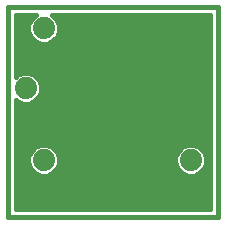
<source format=gbl>
G75*
%MOIN*%
%OFA0B0*%
%FSLAX25Y25*%
%IPPOS*%
%LPD*%
%AMOC8*
5,1,8,0,0,1.08239X$1,22.5*
%
%ADD10C,0.01600*%
%ADD11C,0.07400*%
%ADD12C,0.03169*%
D10*
X0002000Y0001800D02*
X0072000Y0001800D01*
X0072000Y0071800D01*
X0002000Y0071800D01*
X0002000Y0001800D01*
X0004600Y0004400D02*
X0004600Y0040988D01*
X0005111Y0040476D01*
X0006986Y0039700D01*
X0009014Y0039700D01*
X0010889Y0040476D01*
X0012324Y0041911D01*
X0013100Y0043786D01*
X0013100Y0045814D01*
X0012324Y0047689D01*
X0010889Y0049124D01*
X0009014Y0049900D01*
X0006986Y0049900D01*
X0005111Y0049124D01*
X0004600Y0048612D01*
X0004600Y0069200D01*
X0011296Y0069200D01*
X0011111Y0069124D01*
X0009676Y0067689D01*
X0008900Y0065814D01*
X0008900Y0063786D01*
X0009676Y0061911D01*
X0011111Y0060476D01*
X0012986Y0059700D01*
X0015014Y0059700D01*
X0016889Y0060476D01*
X0018324Y0061911D01*
X0019100Y0063786D01*
X0019100Y0065814D01*
X0018324Y0067689D01*
X0016889Y0069124D01*
X0016704Y0069200D01*
X0069400Y0069200D01*
X0069400Y0004400D01*
X0004600Y0004400D01*
X0004600Y0004997D02*
X0069400Y0004997D01*
X0069400Y0006596D02*
X0004600Y0006596D01*
X0004600Y0008194D02*
X0069400Y0008194D01*
X0069400Y0009793D02*
X0004600Y0009793D01*
X0004600Y0011391D02*
X0069400Y0011391D01*
X0069400Y0012990D02*
X0004600Y0012990D01*
X0004600Y0014588D02*
X0069400Y0014588D01*
X0069400Y0016187D02*
X0065189Y0016187D01*
X0065889Y0016476D02*
X0067324Y0017911D01*
X0068100Y0019786D01*
X0068100Y0021814D01*
X0067324Y0023689D01*
X0065889Y0025124D01*
X0064014Y0025900D01*
X0061986Y0025900D01*
X0060111Y0025124D01*
X0058676Y0023689D01*
X0057900Y0021814D01*
X0057900Y0019786D01*
X0058676Y0017911D01*
X0060111Y0016476D01*
X0061986Y0015700D01*
X0064014Y0015700D01*
X0065889Y0016476D01*
X0067198Y0017785D02*
X0069400Y0017785D01*
X0069400Y0019384D02*
X0067934Y0019384D01*
X0068100Y0020982D02*
X0069400Y0020982D01*
X0069400Y0022581D02*
X0067783Y0022581D01*
X0066833Y0024179D02*
X0069400Y0024179D01*
X0069400Y0025778D02*
X0064310Y0025778D01*
X0061690Y0025778D02*
X0015310Y0025778D01*
X0015014Y0025900D02*
X0012986Y0025900D01*
X0011111Y0025124D01*
X0009676Y0023689D01*
X0008900Y0021814D01*
X0008900Y0019786D01*
X0009676Y0017911D01*
X0011111Y0016476D01*
X0012986Y0015700D01*
X0015014Y0015700D01*
X0016889Y0016476D01*
X0018324Y0017911D01*
X0019100Y0019786D01*
X0019100Y0021814D01*
X0018324Y0023689D01*
X0016889Y0025124D01*
X0015014Y0025900D01*
X0012690Y0025778D02*
X0004600Y0025778D01*
X0004600Y0027376D02*
X0069400Y0027376D01*
X0069400Y0028975D02*
X0004600Y0028975D01*
X0004600Y0030573D02*
X0069400Y0030573D01*
X0069400Y0032172D02*
X0004600Y0032172D01*
X0004600Y0033770D02*
X0069400Y0033770D01*
X0069400Y0035369D02*
X0004600Y0035369D01*
X0004600Y0036967D02*
X0069400Y0036967D01*
X0069400Y0038566D02*
X0004600Y0038566D01*
X0004600Y0040164D02*
X0005865Y0040164D01*
X0010135Y0040164D02*
X0069400Y0040164D01*
X0069400Y0041763D02*
X0012175Y0041763D01*
X0012924Y0043361D02*
X0069400Y0043361D01*
X0069400Y0044960D02*
X0013100Y0044960D01*
X0012792Y0046558D02*
X0069400Y0046558D01*
X0069400Y0048157D02*
X0011856Y0048157D01*
X0009364Y0049755D02*
X0069400Y0049755D01*
X0069400Y0051354D02*
X0004600Y0051354D01*
X0004600Y0052952D02*
X0069400Y0052952D01*
X0069400Y0054551D02*
X0004600Y0054551D01*
X0004600Y0056149D02*
X0069400Y0056149D01*
X0069400Y0057748D02*
X0004600Y0057748D01*
X0004600Y0059346D02*
X0069400Y0059346D01*
X0069400Y0060945D02*
X0017357Y0060945D01*
X0018585Y0062543D02*
X0069400Y0062543D01*
X0069400Y0064142D02*
X0019100Y0064142D01*
X0019100Y0065740D02*
X0069400Y0065740D01*
X0069400Y0067339D02*
X0018469Y0067339D01*
X0017075Y0068937D02*
X0069400Y0068937D01*
X0059167Y0024179D02*
X0017833Y0024179D01*
X0018783Y0022581D02*
X0058217Y0022581D01*
X0057900Y0020982D02*
X0019100Y0020982D01*
X0018934Y0019384D02*
X0058066Y0019384D01*
X0058802Y0017785D02*
X0018198Y0017785D01*
X0016189Y0016187D02*
X0060811Y0016187D01*
X0011811Y0016187D02*
X0004600Y0016187D01*
X0004600Y0017785D02*
X0009802Y0017785D01*
X0009066Y0019384D02*
X0004600Y0019384D01*
X0004600Y0020982D02*
X0008900Y0020982D01*
X0009217Y0022581D02*
X0004600Y0022581D01*
X0004600Y0024179D02*
X0010167Y0024179D01*
X0006636Y0049755D02*
X0004600Y0049755D01*
X0004600Y0060945D02*
X0010643Y0060945D01*
X0009414Y0062543D02*
X0004600Y0062543D01*
X0004600Y0064142D02*
X0008900Y0064142D01*
X0008900Y0065740D02*
X0004600Y0065740D01*
X0004600Y0067339D02*
X0009531Y0067339D01*
X0010925Y0068937D02*
X0004600Y0068937D01*
D11*
X0014000Y0064800D03*
X0008000Y0044800D03*
X0014000Y0020800D03*
X0063000Y0020800D03*
D12*
X0047000Y0013800D03*
X0018000Y0043800D03*
X0043000Y0044800D03*
X0054000Y0061800D03*
M02*

</source>
